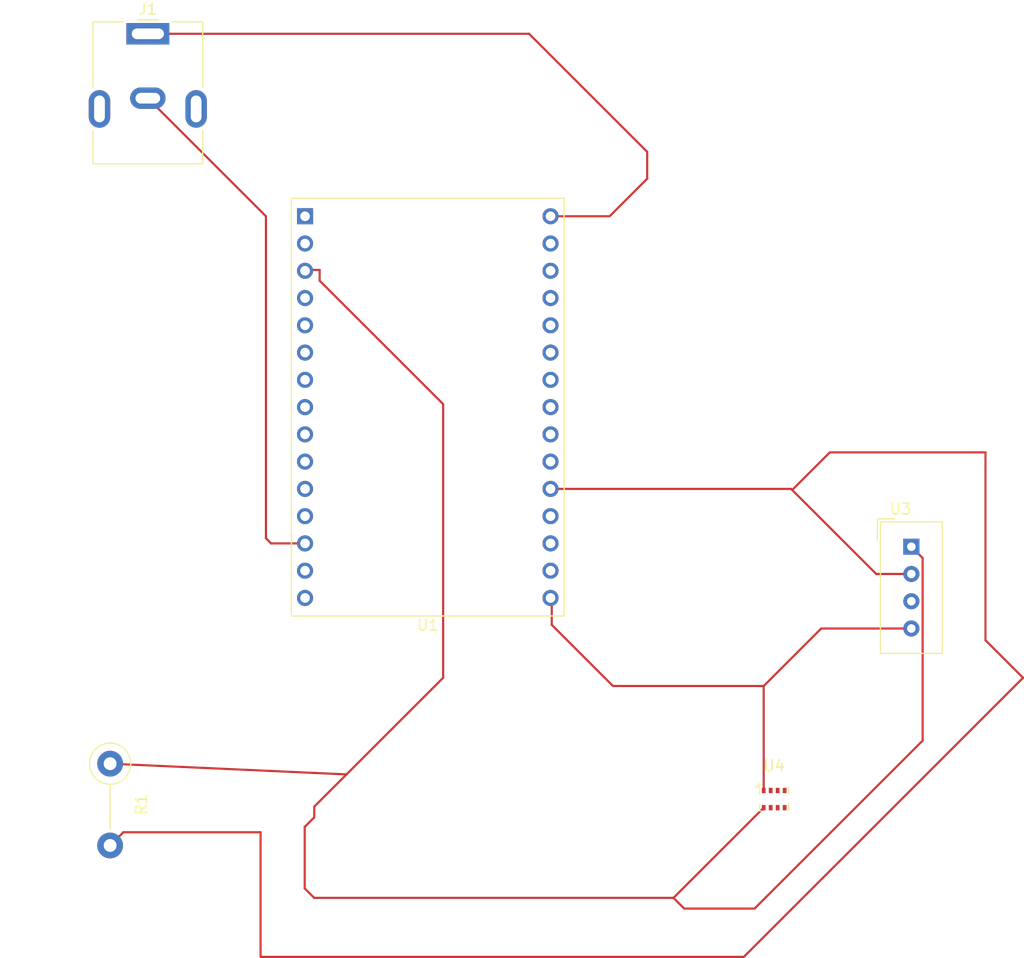
<source format=kicad_pcb>
(kicad_pcb (version 20241229) (generator "pcbnew") (generator_version "9.0")
  (layers (0 "F.Cu" signal) (2 "B.Cu" signal) (13 "F.Paste" user) (15 "B.Paste" user) (5 "F.SilkS" user "F.Silkscreen") (7 "B.SilkS" user "B.Silkscreen") (1 "F.Mask" user) (3 "B.Mask" user) (25 "Edge.Cuts" user))
  (net 0 "")
  (net 1 "+5V")
  (net 2 "Net-(R1-Pad1)")
  (net 4 "GND")
  (net 5 "Net-(U1-IO4)")
  (net 11 "Net-(U1-IO9)")
  (net 14 "Net-(U1-IO8)")
  (net 21 "+3.3V")
  (footprint "Sensor:Aosong_DHT11_5.5x12.0_P2.54mm" (layer "F.Cu") (at 131.0975 78.7875)
    (property "Reference" "U3" (at -1 -3.5 0) (layer "F.SilkS"))
    (property "Value" "DHT11")
    (fp_line (start -3.16 -2.6) (end -3.16 -0.6) (stroke (width 0.12)) (layer "F.SilkS"))
    (fp_line (start -3.16 -2.6) (end -1.55 -2.6) (stroke (width 0.12)) (layer "F.SilkS"))
    (fp_line (start -2.88 9.94) (end -2.88 -2.31) (stroke (width 0.12)) (layer "F.SilkS"))
    (fp_line (start -2.87 -2.32) (end 2.87 -2.32) (stroke (width 0.12)) (layer "F.SilkS"))
    (fp_line (start 2.88 -2.32) (end 2.88 9.94) (stroke (width 0.12)) (layer "F.SilkS"))
    (fp_line (start 2.88 9.94) (end -2.88 9.94) (stroke (width 0.12)) (layer "F.SilkS"))
    (pad "1" thru_hole rect (at 0 0) (size 1.5 1.5) (drill 0.8) (layers "*.Cu" "*.Mask") (net 21 "+3.3V"))
    (pad "2" thru_hole circle (at 0 2.54) (size 1.5 1.5) (drill 0.8) (layers "*.Cu" "*.Mask") (net 5 "Net-(U1-IO4)"))
    (pad "3" thru_hole circle (at 0 5.08) (size 1.5 1.5) (drill 0.8) (layers "*.Cu" "*.Mask"))
    (pad "4" thru_hole circle (at 0 7.62) (size 1.5 1.5) (drill 0.8) (layers "*.Cu" "*.Mask") (net 4 "GND"))
  )
  (footprint "Resistor_THT:R_Axial_DIN0411_L9.9mm_D3.6mm_P7.62mm_Vertical" (layer "F.Cu") (at 56.49 99 -90)
    (property "Reference" "R1" (at 3.81 -2.92 90) (layer "F.SilkS"))
    (property "Value" "5kOhm")
    (fp_line (start 1.92 0) (end 6.12 0) (stroke (width 0.12)) (layer "F.SilkS"))
    (fp_circle (center 0 0) (end 1.92 0) (stroke (width 0.12)) (fill no) (layer "F.SilkS"))
    (pad "1" thru_hole circle (at 0 0 270) (size 2.4 2.4) (drill 1.2) (layers "*.Cu" "*.Mask") (net 2 "Net-(R1-Pad1)"))
    (pad "2" thru_hole circle (at 7.62 0 270) (size 2.4 2.4) (drill 1.2) (layers "*.Cu" "*.Mask") (net 5 "Net-(U1-IO4)"))
  )
  (footprint "Connector_BarrelJack:BarrelJack_CUI_PJ-063AH_Horizontal" (layer "F.Cu") (at 60 31)
    (property "Reference" "J1" (at 0 -2.3 0) (layer "F.SilkS"))
    (property "Value" "Barrel_Jack")
    (fp_line (start -5.11 -1.11) (end -2.3 -1.11) (stroke (width 0.12)) (layer "F.SilkS"))
    (fp_line (start -5.11 4.95) (end -5.11 -1.11) (stroke (width 0.12)) (layer "F.SilkS"))
    (fp_line (start -5.11 12.11) (end -5.11 9.05) (stroke (width 0.12)) (layer "F.SilkS"))
    (fp_line (start -1 -1.3) (end 1 -1.3) (stroke (width 0.12)) (layer "F.SilkS"))
    (fp_line (start 2.3 -1.11) (end 5.11 -1.11) (stroke (width 0.12)) (layer "F.SilkS"))
    (fp_line (start 5.11 -1.11) (end 5.11 4.95) (stroke (width 0.12)) (layer "F.SilkS"))
    (fp_line (start 5.11 9.05) (end 5.11 12.11) (stroke (width 0.12)) (layer "F.SilkS"))
    (fp_line (start 5.11 12.11) (end -5.11 12.11) (stroke (width 0.12)) (layer "F.SilkS"))
    (pad "" np_thru_hole circle (at 0 9) (size 1.6 1.6) (drill 1.6) (layers "*.Cu" "*.Mask"))
    (pad "1" thru_hole rect (at 0 0) (size 4 2) (drill oval 3 1) (layers "*.Cu" "*.Mask") (net 4 "GND"))
    (pad "2" thru_hole oval (at 0 6) (size 3.3 2) (drill oval 2.3 1) (layers "*.Cu" "*.Mask") (net 1 "+5V"))
    (pad "MP" thru_hole oval (at -4.5 7) (size 2 3.5) (drill oval 1 2.5) (layers "*.Cu" "*.Mask"))
    (pad "MP" thru_hole oval (at 4.5 7) (size 2 3.5) (drill oval 1 2.5) (layers "*.Cu" "*.Mask"))
  )
  (footprint "RF_Module:ESP32-C3-DevKitM-1" (layer "F.Cu") (at 74.64 48)
    (property "Reference" "U1" (at 11.43 38.1 0) (layer "F.SilkS"))
    (property "Value" "ESP32-C3-DevKitM-1")
    (fp_line (start -1.27 -1.68) (end 24.13 -1.68) (stroke (width 0.12)) (layer "F.SilkS"))
    (fp_line (start -1.27 37.24) (end -1.27 -1.68) (stroke (width 0.12)) (layer "F.SilkS"))
    (fp_line (start 24.13 -1.68) (end 24.13 37.24) (stroke (width 0.12)) (layer "F.SilkS"))
    (fp_line (start 24.13 37.24) (end -1.27 37.24) (stroke (width 0.12)) (layer "F.SilkS"))
    (pad "1" thru_hole rect (at 0 0) (size 1.5 1.5) (drill 0.9) (layers "*.Cu" "*.Mask") (net 4 "GND"))
    (pad "2" thru_hole circle (at 0 2.54) (size 1.5 1.5) (drill 0.9) (layers "*.Cu" "*.Mask") (net 2 "Net-(R1-Pad1)"))
    (pad "3" thru_hole circle (at 0 5.08) (size 1.5 1.5) (drill 0.9) (layers "*.Cu" "*.Mask") (net 2 "Net-(R1-Pad1)"))
    (pad "4" thru_hole circle (at 0 7.62) (size 1.5 1.5) (drill 0.9) (layers "*.Cu" "*.Mask"))
    (pad "5" thru_hole circle (at 0 10.16) (size 1.5 1.5) (drill 0.9) (layers "*.Cu" "*.Mask"))
    (pad "6" thru_hole circle (at 0 12.7) (size 1.5 1.5) (drill 0.9) (layers "*.Cu" "*.Mask") (net 4 "GND"))
    (pad "7" thru_hole circle (at 0 15.24) (size 1.5 1.5) (drill 0.9) (layers "*.Cu" "*.Mask"))
    (pad "8" thru_hole circle (at 0 17.78) (size 1.5 1.5) (drill 0.9) (layers "*.Cu" "*.Mask") (net 4 "GND"))
    (pad "9" thru_hole circle (at 0 20.32) (size 1.5 1.5) (drill 0.9) (layers "*.Cu" "*.Mask"))
    (pad "10" thru_hole circle (at 0 22.86) (size 1.5 1.5) (drill 0.9) (layers "*.Cu" "*.Mask"))
    (pad "11" thru_hole circle (at 0 25.4) (size 1.5 1.5) (drill 0.9) (layers "*.Cu" "*.Mask"))
    (pad "12" thru_hole circle (at 0 27.94) (size 1.5 1.5) (drill 0.9) (layers "*.Cu" "*.Mask") (net 4 "GND"))
    (pad "13" thru_hole circle (at 0 30.48) (size 1.5 1.5) (drill 0.9) (layers "*.Cu" "*.Mask") (net 1 "+5V"))
    (pad "14" thru_hole circle (at 0 33.02) (size 1.5 1.5) (drill 0.9) (layers "*.Cu" "*.Mask") (net 1 "+5V"))
    (pad "15" thru_hole circle (at 0 35.56) (size 1.5 1.5) (drill 0.9) (layers "*.Cu" "*.Mask") (net 4 "GND"))
    (pad "16" thru_hole circle (at 22.86 35.56) (size 1.5 1.5) (drill 0.9) (layers "*.Cu" "*.Mask") (net 4 "GND"))
    (pad "17" thru_hole circle (at 22.86 33.02) (size 1.5 1.5) (drill 0.9) (layers "*.Cu" "*.Mask"))
    (pad "18" thru_hole circle (at 22.86 30.48) (size 1.5 1.5) (drill 0.9) (layers "*.Cu" "*.Mask"))
    (pad "19" thru_hole circle (at 22.86 27.94) (size 1.5 1.5) (drill 0.9) (layers "*.Cu" "*.Mask") (net 4 "GND"))
    (pad "20" thru_hole circle (at 22.86 25.4) (size 1.5 1.5) (drill 0.9) (layers "*.Cu" "*.Mask") (net 5 "Net-(U1-IO4)"))
    (pad "21" thru_hole circle (at 22.86 22.86) (size 1.5 1.5) (drill 0.9) (layers "*.Cu" "*.Mask"))
    (pad "22" thru_hole circle (at 22.86 20.32) (size 1.5 1.5) (drill 0.9) (layers "*.Cu" "*.Mask"))
    (pad "23" thru_hole circle (at 22.86 17.78) (size 1.5 1.5) (drill 0.9) (layers "*.Cu" "*.Mask"))
    (pad "24" thru_hole circle (at 22.86 15.24) (size 1.5 1.5) (drill 0.9) (layers "*.Cu" "*.Mask") (net 4 "GND"))
    (pad "25" thru_hole circle (at 22.86 12.7) (size 1.5 1.5) (drill 0.9) (layers "*.Cu" "*.Mask") (net 14 "Net-(U1-IO8)"))
    (pad "26" thru_hole circle (at 22.86 10.16) (size 1.5 1.5) (drill 0.9) (layers "*.Cu" "*.Mask") (net 11 "Net-(U1-IO9)"))
    (pad "27" thru_hole circle (at 22.86 7.62) (size 1.5 1.5) (drill 0.9) (layers "*.Cu" "*.Mask") (net 4 "GND"))
    (pad "28" thru_hole circle (at 22.86 5.08) (size 1.5 1.5) (drill 0.9) (layers "*.Cu" "*.Mask"))
    (pad "29" thru_hole circle (at 22.86 2.54) (size 1.5 1.5) (drill 0.9) (layers "*.Cu" "*.Mask"))
    (pad "30" thru_hole circle (at 22.86 0) (size 1.5 1.5) (drill 0.9) (layers "*.Cu" "*.Mask") (net 4 "GND"))
  )
  (footprint "Package_LGA:Bosch_LGA-8_2x2.5mm_P0.65mm_ClockwisePinNumbering" (layer "F.Cu") (at 118.325 102.3)
    (property "Reference" "U4" (at 0 -3.1 0) (layer "F.SilkS"))
    (property "Value" "BMP280")
    (fp_line (start -1.35 -0.46) (end -1.35 -0.9) (stroke (width 0.1)) (layer "F.SilkS"))
    (fp_line (start -1.35 1.1) (end -1.35 0.46) (stroke (width 0.1)) (layer "F.SilkS"))
    (fp_line (start -1.35 1.1) (end -1.2 1.1) (stroke (width 0.1)) (layer "F.SilkS"))
    (fp_line (start 1.075 1.075) (end 1.225 1.075) (stroke (width 0.1)) (layer "F.SilkS"))
    (fp_line (start 1.2 -1.1) (end 1.35 -1.1) (stroke (width 0.1)) (layer "F.SilkS"))
    (fp_line (start 1.35 -0.46) (end 1.35 -1.1) (stroke (width 0.1)) (layer "F.SilkS"))
    (fp_line (start 1.35 1.1) (end 1.35 0.46) (stroke (width 0.1)) (layer "F.SilkS"))
    (fp_poly (pts (xy -1.35 -1.1) (xy -1.71 -1.1) (xy -1.35 -1.46) (xy -1.35 -1.1)) (stroke (width 0.1)) (fill yes) (layer "F.SilkS"))
    (pad "1" smd rect (at -0.975 -0.8 90) (size 0.5 0.35) (layers "F.Cu" "F.Mask" "F.Paste") (net 4 "GND"))
    (pad "2" smd rect (at -0.325 -0.8 90) (size 0.5 0.35) (layers "F.Cu" "F.Mask" "F.Paste"))
    (pad "3" smd rect (at 0.325 -0.8 90) (size 0.5 0.35) (layers "F.Cu" "F.Mask" "F.Paste") (net 14 "Net-(U1-IO8)"))
    (pad "4" smd rect (at 0.975 -0.8 90) (size 0.5 0.35) (layers "F.Cu" "F.Mask" "F.Paste") (net 11 "Net-(U1-IO9)"))
    (pad "5" smd rect (at 0.975 0.8 90) (size 0.5 0.35) (layers "F.Cu" "F.Mask" "F.Paste"))
    (pad "6" smd rect (at 0.325 0.8 90) (size 0.5 0.35) (layers "F.Cu" "F.Mask" "F.Paste") (net 21 "+3.3V"))
    (pad "7" smd rect (at -0.325 0.8 90) (size 0.5 0.35) (layers "F.Cu" "F.Mask" "F.Paste") (net 4 "GND"))
    (pad "8" smd rect (at -0.975 0.8 90) (size 0.5 0.35) (layers "F.Cu" "F.Mask" "F.Paste") (net 21 "+3.3V"))
  )
  (gr_line (start 76 53) (end 74.5 53) (stroke (width 0.2)) (layer "F.Cu"))
  (gr_line (start 56.49 99) (end 78.5 100) (stroke (width 0.2)) (layer "F.Cu"))
  (gr_rect (start 75.5 103) (end 75.5 104) (stroke (width 0.2)) (fill no) (layer "F.Cu") (net 21))
  (segment (start 71.48 78.48) (end 74.64 78.48) (width 0.2) (layer "F.Cu") (net 1))
  (segment (start 71 48) (end 71 78) (width 0.2) (layer "F.Cu") (net 1))
  (segment (start 71 78) (end 71.25 78.25) (width 0.2) (layer "F.Cu") (net 1))
  (segment (start 60 37) (end 71 48) (width 0.2) (layer "F.Cu") (net 1))
  (segment (start 71.25 78.25) (end 71.48 78.48) (width 0.2) (layer "F.Cu") (net 1))
  (segment (start 131.0975 86.4075) (end 122.706161 86.4075) (width 0.2) (layer "F.Cu") (net 4))
  (segment (start 106.5 44.5) (end 103 48) (width 0.2) (layer "F.Cu") (net 4))
  (segment (start 95.5 31) (end 106.5 42) (width 0.2) (layer "F.Cu") (net 4))
  (segment (start 103.313317 91.763661) (end 117.35 91.763661) (width 0.2) (layer "F.Cu") (net 4))
  (segment (start 97.5 83.56) (end 97.614317 83.674317) (width 0.2) (layer "F.Cu") (net 4))
  (segment (start 97.614317 86.064661) (end 103.313317 91.763661) (width 0.2) (layer "F.Cu") (net 4))
  (segment (start 106.5 42) (end 106.5 44.5) (width 0.2) (layer "F.Cu") (net 4))
  (segment (start 122.706161 86.4075) (end 117.35 91.763661) (width 0.2) (layer "F.Cu") (net 4))
  (segment (start 117.35 91.763661) (end 117.35 101.5) (width 0.2) (layer "F.Cu") (net 4))
  (segment (start 103 48) (end 97.5 48) (width 0.2) (layer "F.Cu") (net 4))
  (segment (start 60 31) (end 95.5 31) (width 0.2) (layer "F.Cu") (net 4))
  (segment (start 97.614317 83.674317) (end 97.614317 86.064661) (width 0.2) (layer "F.Cu") (net 4))
  (segment (start 70.5 117) (end 70.5 105.39) (width 0.2) (layer "F.Cu") (net 5))
  (segment (start 119.9 73.4) (end 120 73.5) (width 0.2) (layer "F.Cu") (net 5))
  (segment (start 97.5 73.4) (end 119.9 73.4) (width 0.2) (layer "F.Cu") (net 5))
  (segment (start 120 73.5) (end 123.5 70) (width 0.2) (layer "F.Cu") (net 5))
  (segment (start 115.5 117) (end 70.5 117) (width 0.2) (layer "F.Cu") (net 5))
  (segment (start 127.8275 81.3275) (end 131.0975 81.3275) (width 0.2) (layer "F.Cu") (net 5))
  (segment (start 70.5 105.39) (end 57.72 105.39) (width 0.2) (layer "F.Cu") (net 5))
  (segment (start 57.72 105.39) (end 56.49 106.62) (width 0.2) (layer "F.Cu") (net 5))
  (segment (start 120 73.5) (end 127.8275 81.3275) (width 0.2) (layer "F.Cu") (net 5))
  (segment (start 138 87.5) (end 141.5 91) (width 0.2) (layer "F.Cu") (net 5))
  (segment (start 141.5 91) (end 115.5 117) (width 0.2) (layer "F.Cu") (net 5))
  (segment (start 123.5 70) (end 138 70) (width 0.2) (layer "F.Cu") (net 5))
  (segment (start 138 70) (end 138 87.5) (width 0.2) (layer "F.Cu") (net 5))
  (segment (start 75.5 103) (end 87.5 91) (width 0.2) (layer "F.Cu") (net 21))
  (segment (start 75.488265 111.501) (end 74.609 110.621735) (width 0.2) (layer "F.Cu") (net 21))
  (segment (start 108.949 111.501) (end 75.488265 111.501) (width 0.2) (layer "F.Cu") (net 21))
  (segment (start 74.609 104.891) (end 75.5 104) (width 0.2) (layer "F.Cu") (net 21))
  (segment (start 132.1485 79.8385) (end 132.1485 96.8515) (width 0.2) (layer "F.Cu") (net 21))
  (segment (start 109.948 112.5) (end 108.949 111.501) (width 0.2) (layer "F.Cu") (net 21))
  (segment (start 87.5 91) (end 87.5 65.5) (width 0.2) (layer "F.Cu") (net 21))
  (segment (start 116.5 112.5) (end 109.948 112.5) (width 0.2) (layer "F.Cu") (net 21))
  (segment (start 117.35 103.1) (end 108.949 111.501) (width 0.2) (layer "F.Cu") (net 21))
  (segment (start 87.5 65.5) (end 76 54) (width 0.2) (layer "F.Cu") (net 21))
  (segment (start 132.1485 96.8515) (end 116.5 112.5) (width 0.2) (layer "F.Cu") (net 21))
  (segment (start 74.609 110.621735) (end 74.609 104.891) (width 0.2) (layer "F.Cu") (net 21))
  (segment (start 131.0975 78.7875) (end 132.1485 79.8385) (width 0.2) (layer "F.Cu") (net 21))
  (segment (start 76 54) (end 76 53) (width 0.2) (layer "F.Cu") (net 21))
)
</source>
